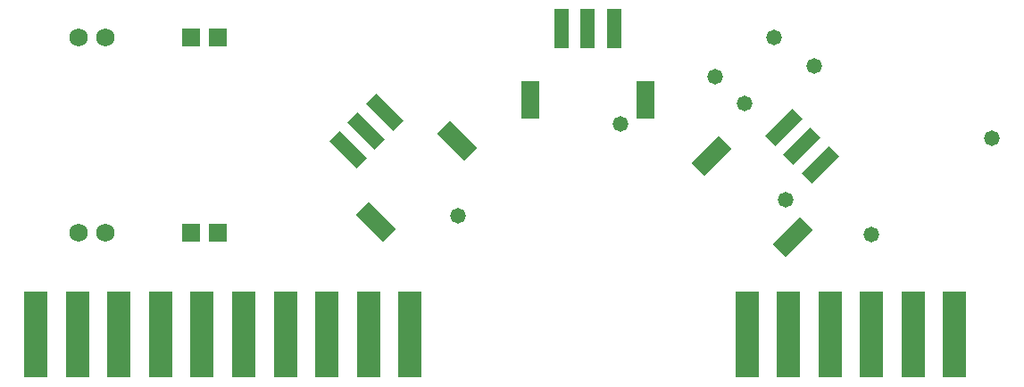
<source format=gbs>
G04*
G04 #@! TF.GenerationSoftware,Altium Limited,Altium Designer,18.1.7 (191)*
G04*
G04 Layer_Color=16711935*
%FSLAX44Y44*%
%MOMM*%
G71*
G01*
G75*
%ADD22R,1.4032X3.7032*%
%ADD23R,1.7032X3.6032*%
%ADD30R,2.2032X8.2032*%
%ADD31C,1.7272*%
%ADD32R,1.7272X1.7272*%
%ADD33C,1.4732*%
G04:AMPARAMS|DCode=42|XSize=1.7032mm|YSize=3.6032mm|CornerRadius=0mm|HoleSize=0mm|Usage=FLASHONLY|Rotation=45.000|XOffset=0mm|YOffset=0mm|HoleType=Round|Shape=Rectangle|*
%AMROTATEDRECTD42*
4,1,4,0.6718,-1.8761,-1.8761,0.6718,-0.6718,1.8761,1.8761,-0.6718,0.6718,-1.8761,0.0*
%
%ADD42ROTATEDRECTD42*%

G04:AMPARAMS|DCode=43|XSize=1.4032mm|YSize=3.7032mm|CornerRadius=0mm|HoleSize=0mm|Usage=FLASHONLY|Rotation=45.000|XOffset=0mm|YOffset=0mm|HoleType=Round|Shape=Rectangle|*
%AMROTATEDRECTD43*
4,1,4,0.8132,-1.8054,-1.8054,0.8132,-0.8132,1.8054,1.8054,-0.8132,0.8132,-1.8054,0.0*
%
%ADD43ROTATEDRECTD43*%

G04:AMPARAMS|DCode=44|XSize=1.7032mm|YSize=3.6032mm|CornerRadius=0mm|HoleSize=0mm|Usage=FLASHONLY|Rotation=315.000|XOffset=0mm|YOffset=0mm|HoleType=Round|Shape=Rectangle|*
%AMROTATEDRECTD44*
4,1,4,-1.8761,-0.6718,0.6718,1.8761,1.8761,0.6718,-0.6718,-1.8761,-1.8761,-0.6718,0.0*
%
%ADD44ROTATEDRECTD44*%

G04:AMPARAMS|DCode=45|XSize=1.4032mm|YSize=3.7032mm|CornerRadius=0mm|HoleSize=0mm|Usage=FLASHONLY|Rotation=315.000|XOffset=0mm|YOffset=0mm|HoleType=Round|Shape=Rectangle|*
%AMROTATEDRECTD45*
4,1,4,-1.8054,-0.8132,0.8132,1.8054,1.8054,0.8132,-0.8132,-1.8054,-1.8054,-0.8132,0.0*
%
%ADD45ROTATEDRECTD45*%

D22*
X1015520Y587690D02*
D03*
X990520D02*
D03*
X965520D02*
D03*
D23*
X1045020Y520190D02*
D03*
X936020D02*
D03*
D30*
X821960Y297180D02*
D03*
X782560D02*
D03*
X743160D02*
D03*
X703760D02*
D03*
X664360D02*
D03*
X624960D02*
D03*
X585560D02*
D03*
X546160D02*
D03*
X506760D02*
D03*
X467360D02*
D03*
X1141610D02*
D03*
X1181010D02*
D03*
X1220410D02*
D03*
X1259810D02*
D03*
X1299210D02*
D03*
X1338610D02*
D03*
D31*
X508000Y579120D02*
D03*
X533400D02*
D03*
Y393700D02*
D03*
X508000D02*
D03*
D32*
X614680Y579120D02*
D03*
X640080D02*
D03*
X614680Y393700D02*
D03*
X640080D02*
D03*
D33*
X1167130Y579300D02*
D03*
X1374140Y483870D02*
D03*
X1259810Y392400D02*
D03*
X1178560Y425450D02*
D03*
X1205230Y552450D02*
D03*
X1111250Y542290D02*
D03*
X1139190Y516890D02*
D03*
X867410Y410210D02*
D03*
X1021572Y497348D02*
D03*
D42*
X867015Y480935D02*
D03*
X789940Y403860D02*
D03*
D43*
X798425Y507805D02*
D03*
X780748Y490127D02*
D03*
X763070Y472449D02*
D03*
D44*
X1184710Y389881D02*
D03*
X1107635Y466955D02*
D03*
D45*
X1211580Y458470D02*
D03*
X1193902Y476148D02*
D03*
X1176225Y493825D02*
D03*
M02*

</source>
